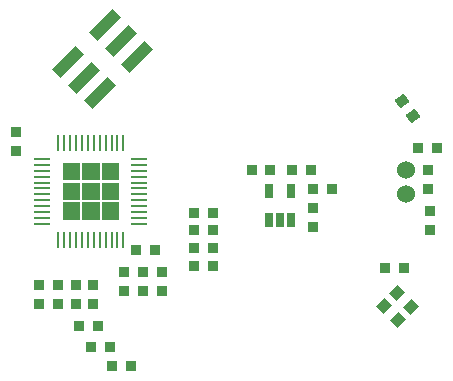
<source format=gbp>
G04*
G04 #@! TF.GenerationSoftware,Altium Limited,Altium Designer,20.0.7 (75)*
G04*
G04 Layer_Color=128*
%FSLAX44Y44*%
%MOMM*%
G71*
G01*
G75*
%ADD19R,0.9652X0.8636*%
%ADD21R,0.8636X0.9652*%
%ADD38C,1.5240*%
G04:AMPARAMS|DCode=96|XSize=2.8mm|YSize=1mm|CornerRadius=0mm|HoleSize=0mm|Usage=FLASHONLY|Rotation=45.000|XOffset=0mm|YOffset=0mm|HoleType=Round|Shape=Rectangle|*
%AMROTATEDRECTD96*
4,1,4,-0.6364,-1.3435,-1.3435,-0.6364,0.6364,1.3435,1.3435,0.6364,-0.6364,-1.3435,0.0*
%
%ADD96ROTATEDRECTD96*%

G04:AMPARAMS|DCode=97|XSize=0.8636mm|YSize=0.9652mm|CornerRadius=0mm|HoleSize=0mm|Usage=FLASHONLY|Rotation=135.000|XOffset=0mm|YOffset=0mm|HoleType=Round|Shape=Rectangle|*
%AMROTATEDRECTD97*
4,1,4,0.6466,0.0359,-0.0359,-0.6466,-0.6466,-0.0359,0.0359,0.6466,0.6466,0.0359,0.0*
%
%ADD97ROTATEDRECTD97*%

G04:AMPARAMS|DCode=98|XSize=0.8636mm|YSize=0.9652mm|CornerRadius=0mm|HoleSize=0mm|Usage=FLASHONLY|Rotation=125.000|XOffset=0mm|YOffset=0mm|HoleType=Round|Shape=Rectangle|*
%AMROTATEDRECTD98*
4,1,4,0.6430,-0.0769,-0.1477,-0.6305,-0.6430,0.0769,0.1477,0.6305,0.6430,-0.0769,0.0*
%
%ADD98ROTATEDRECTD98*%

%ADD99R,1.4732X0.2286*%
%ADD100R,0.2286X1.4732*%
%ADD102R,0.6500X1.2500*%
%ADD107R,0.0254X0.0254*%
G36*
X-97981Y29340D02*
X-112660D01*
Y44019D01*
X-97981D01*
Y29340D01*
D02*
G37*
G36*
X-114660D02*
X-129340D01*
Y44019D01*
X-114660D01*
Y29340D01*
D02*
G37*
G36*
X-131340D02*
X-146019D01*
Y44019D01*
X-131340D01*
Y29340D01*
D02*
G37*
G36*
X-97981Y12660D02*
X-112660D01*
Y27340D01*
X-97981D01*
Y12660D01*
D02*
G37*
G36*
X-114660D02*
X-129340D01*
Y27340D01*
X-114660D01*
Y12660D01*
D02*
G37*
G36*
X-131340D02*
X-146019D01*
Y27340D01*
X-131340D01*
Y12660D01*
D02*
G37*
G36*
X-97981Y-4019D02*
X-112660D01*
Y10660D01*
X-97981D01*
Y-4019D01*
D02*
G37*
G36*
X-114660D02*
X-129340D01*
Y10660D01*
X-114660D01*
Y-4019D01*
D02*
G37*
G36*
X-131340D02*
X-146019D01*
Y10660D01*
X-131340D01*
Y-4019D01*
D02*
G37*
D19*
X-185000Y70001D02*
D03*
Y53999D02*
D03*
X-135000Y-58999D02*
D03*
Y-75001D02*
D03*
X66000Y-10001D02*
D03*
Y6001D02*
D03*
X165000Y3001D02*
D03*
Y-13001D02*
D03*
X163000Y21999D02*
D03*
Y38001D02*
D03*
X-78000Y-47999D02*
D03*
Y-64001D02*
D03*
X-166000Y-58999D02*
D03*
Y-75001D02*
D03*
X-150000Y-58999D02*
D03*
Y-75001D02*
D03*
X-120000Y-58999D02*
D03*
Y-75001D02*
D03*
X-94000Y-64001D02*
D03*
Y-47999D02*
D03*
X-62000Y-47999D02*
D03*
Y-64001D02*
D03*
D21*
X126999Y-45000D02*
D03*
X143001Y-45000D02*
D03*
X-35000Y2000D02*
D03*
X-18998D02*
D03*
X-115999Y-94000D02*
D03*
X-132001D02*
D03*
X-105999Y-112000D02*
D03*
X-122001D02*
D03*
X-87999Y-128000D02*
D03*
X-104001D02*
D03*
X-35000Y-13000D02*
D03*
X-18998D02*
D03*
X-18999Y-43000D02*
D03*
X-35001D02*
D03*
X-67999Y-30000D02*
D03*
X-84001D02*
D03*
X-18998Y-28000D02*
D03*
X-35000D02*
D03*
X171001Y57000D02*
D03*
X154999D02*
D03*
X64000Y38000D02*
D03*
X47998D02*
D03*
X65999Y22000D02*
D03*
X82001D02*
D03*
X30001Y38000D02*
D03*
X13999D02*
D03*
D38*
X145000Y38000D02*
D03*
Y18000D02*
D03*
D96*
X-109879Y160991D02*
D03*
X-140991Y129879D02*
D03*
X-96444Y147556D02*
D03*
X-127556Y116444D02*
D03*
X-83009Y134121D02*
D03*
X-114121Y103009D02*
D03*
D97*
X137658Y-88658D02*
D03*
X126343Y-77342D02*
D03*
X137343Y-66342D02*
D03*
X148657Y-77658D02*
D03*
D98*
X141411Y96554D02*
D03*
X150589Y83446D02*
D03*
D99*
X-163148Y-7500D02*
D03*
Y-2500D02*
D03*
Y2500D02*
D03*
Y7500D02*
D03*
Y12500D02*
D03*
Y17500D02*
D03*
Y22500D02*
D03*
Y27500D02*
D03*
Y32500D02*
D03*
Y37500D02*
D03*
Y42500D02*
D03*
Y47500D02*
D03*
X-80852D02*
D03*
Y42500D02*
D03*
Y37500D02*
D03*
Y32500D02*
D03*
Y27500D02*
D03*
Y22500D02*
D03*
Y17500D02*
D03*
Y12500D02*
D03*
Y7500D02*
D03*
Y2500D02*
D03*
Y-2500D02*
D03*
Y-7500D02*
D03*
D100*
X-149500Y61148D02*
D03*
X-144500D02*
D03*
X-139500D02*
D03*
X-134500D02*
D03*
X-129500D02*
D03*
X-124500D02*
D03*
X-119500D02*
D03*
X-114500D02*
D03*
X-109500D02*
D03*
X-104500D02*
D03*
X-99500D02*
D03*
X-94500D02*
D03*
Y-21148D02*
D03*
X-99500D02*
D03*
X-104500D02*
D03*
X-109500D02*
D03*
X-114500D02*
D03*
X-119500D02*
D03*
X-124500D02*
D03*
X-129500D02*
D03*
X-134500D02*
D03*
X-139500D02*
D03*
X-144500D02*
D03*
X-149500D02*
D03*
D102*
X47400Y-4500D02*
D03*
X38000D02*
D03*
X28600D02*
D03*
Y20500D02*
D03*
X47400D02*
D03*
D107*
X-122000Y20000D02*
D03*
M02*

</source>
